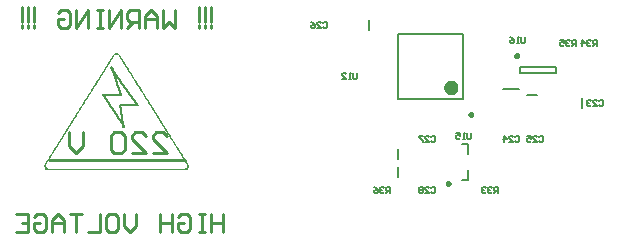
<source format=gbo>
%FSDAX24Y24*%
%MOIN*%
%SFA1B1*%

%IPPOS*%
%ADD10C,0.009840*%
%ADD11C,0.010000*%
%ADD12C,0.007870*%
%ADD16C,0.005000*%
%ADD65C,0.023620*%
%LNpcb_baseboard-1*%
%LPD*%
G54D16*
X008006Y019011D02*
X008051D01*
Y018997*
X008066*
Y018982*
X008081*
Y018967*
X008096*
Y018952*
X008110*
Y018922*
X008125*
Y018907*
X008140*
Y018877*
X008155*
Y018848*
X008170*
Y018833*
X008185*
Y018803*
X008200*
Y018788*
X008215*
Y018758*
X008230*
Y018744*
X008244*
Y018714*
X008259*
Y018684*
X008274*
Y018669*
X008289*
Y018639*
X008304*
Y018624*
X008319*
Y018595*
X008334*
Y018565*
X008349*
Y018550*
X008364*
Y018520*
X008378*
Y018505*
X008393*
Y018476*
X008408*
Y018446*
X008423*
Y018431*
X008438*
Y018401*
X008453*
Y018386*
X008468*
Y018357*
X008483*
Y018327*
X008498*
Y018312*
X008512*
Y018282*
X008527*
Y018267*
X008542*
Y018237*
X008557*
Y018208*
X008572*
Y018193*
X008587*
Y018163*
X008602*
Y018148*
X008617*
Y018118*
X008631*
Y018089*
X008646*
Y018074*
X008661*
Y018044*
X008676*
Y018029*
X008691*
Y017999*
X008706*
Y017970*
X008721*
Y017955*
X008736*
Y017925*
X008751*
Y017910*
X008765*
Y017880*
X008780*
Y017850*
X008795*
Y017836*
X008810*
Y017806*
X008825*
Y017791*
X008840*
Y017761*
X008855*
Y017731*
X008870*
Y017716*
X008885*
Y017687*
X008899*
Y017672*
X008914*
Y017642*
X008929*
Y017627*
X008944*
Y017597*
X008959*
Y017568*
X008974*
Y017553*
X008989*
Y017523*
X009004*
Y017508*
X009018*
Y017478*
X009033*
Y017449*
X009048*
Y017434*
X009063*
Y017404*
X009078*
Y017389*
X009093*
Y017359*
X009108*
Y017329*
X009123*
Y017315*
X009138*
Y017285*
X009152*
Y017270*
X009167*
Y017240*
X009182*
Y017210*
X009197*
Y017196*
X009212*
Y017166*
X009227*
Y017151*
X009242*
Y017121*
X009257*
Y017091*
X009272*
Y017076*
X009286*
Y017047*
X009301*
Y017032*
X009316*
Y017002*
X009331*
Y016972*
X009346*
Y016957*
X009361*
Y016928*
X009376*
Y016913*
X009391*
Y016883*
X009405*
Y016853*
X009420*
Y016838*
X009435*
Y016809*
X009450*
Y016794*
X009465*
Y016764*
X009480*
Y016734*
X009495*
Y016719*
X009510*
Y016689*
X009525*
Y016675*
X009539*
Y016645*
X009554*
Y016615*
X009569*
Y016600*
X009584*
Y016570*
X009599*
Y016555*
X009614*
Y016526*
X009629*
Y016496*
X009644*
Y016481*
X009659*
Y016451*
X009673*
Y016436*
X009688*
Y016407*
X009703*
Y016377*
X009718*
Y016362*
X009733*
Y016332*
X009748*
Y016317*
X009763*
Y016288*
X009778*
Y016258*
X009792*
Y016243*
X009807*
Y016213*
X009822*
Y016198*
X009837*
Y016168*
X009852*
Y016139*
X009867*
Y016124*
X009882*
Y016094*
X009897*
Y016079*
X009912*
Y016049*
X009926*
Y016035*
X009941*
Y016005*
X009956*
Y015975*
X009971*
Y015960*
X009986*
Y015930*
X010001*
Y015915*
X010016*
Y015886*
X010031*
Y015856*
X010046*
Y015841*
X010060*
Y015811*
X010075*
Y015796*
X010090*
Y015767*
X010105*
Y015737*
X010120*
Y015722*
X010135*
Y015692*
X010150*
Y015677*
X010165*
Y015648*
X010179*
Y015618*
X010194*
Y015603*
X010209*
Y015573*
X010224*
Y015558*
X010239*
Y015528*
X010254*
Y015499*
X010269*
Y015484*
X010284*
Y015454*
X010299*
Y015439*
X010313*
Y015409*
X010328*
Y015380*
X010343*
Y015365*
X010358*
Y015335*
X010373*
Y015266*
X010358*
Y015236*
X010343*
Y015221*
X010328*
Y015206*
X010313*
Y015191*
X010284*
Y015177*
X005705*
Y015191*
X005675*
Y015206*
X005660*
Y015221*
X005645*
Y015251*
X005630*
Y015281*
X005615*
Y015320*
X005630*
Y015350*
X005645*
Y015380*
X005660*
Y015409*
X005675*
Y015424*
X005690*
Y015454*
X005705*
Y015484*
X005719*
Y015499*
X005734*
Y015528*
X005749*
Y015543*
X005764*
Y015573*
X005779*
Y015588*
X005794*
Y015618*
X005809*
Y015648*
X005824*
Y015662*
X005838*
Y015692*
X005853*
Y015707*
X005868*
Y015737*
X005883*
Y015767*
X005898*
Y015781*
X005913*
Y015811*
X005928*
Y015826*
X005943*
Y015856*
X005958*
Y015886*
X005972*
Y015901*
X005987*
Y015930*
X006002*
Y015945*
X006017*
Y015975*
X006032*
Y016005*
X006047*
Y016020*
X006062*
Y016049*
X006077*
Y016064*
X006092*
Y016094*
X006106*
Y016124*
X006121*
Y016139*
X006136*
Y016168*
X006151*
Y016183*
X006166*
Y016213*
X006181*
Y016243*
X006196*
Y016258*
X006211*
Y016288*
X006225*
Y016302*
X006240*
Y016332*
X006255*
Y016362*
X006270*
Y016377*
X006285*
Y016407*
X006300*
Y016422*
X006315*
Y016451*
X006330*
Y016481*
X006345*
Y016496*
X006359*
Y016526*
X006374*
Y016541*
X006389*
Y016570*
X006404*
Y016585*
X006419*
Y016615*
X006434*
Y016645*
X006449*
Y016660*
X006464*
Y016689*
X006479*
Y016704*
X006493*
Y016734*
X006508*
Y016764*
X006523*
Y016779*
X006538*
Y016809*
X006553*
Y016838*
X006568*
Y016853*
X006583*
Y016883*
X006598*
Y016898*
X006612*
Y016928*
X006627*
Y016942*
X006642*
Y016972*
X006657*
Y017002*
X006672*
Y017017*
X006687*
Y017047*
X006702*
Y017062*
X006717*
Y017091*
X006732*
Y017121*
X006746*
Y017136*
X006761*
Y017166*
X006776*
Y017181*
X006791*
Y017210*
X006806*
Y017240*
X006821*
Y017255*
X006836*
Y017285*
X006851*
Y017300*
X006866*
Y017329*
X006880*
Y017359*
X006895*
Y017374*
X006910*
Y017404*
X006925*
Y017419*
X006940*
Y017449*
X006955*
Y017478*
X006970*
Y017493*
X006985*
Y017523*
X006999*
Y017538*
X007014*
Y017568*
X007029*
Y017597*
X007044*
Y017612*
X007059*
Y017642*
X007074*
Y017657*
X007089*
Y017687*
X007104*
Y017702*
X007119*
Y017731*
X007133*
Y017761*
X007148*
Y017776*
X007163*
Y017806*
X007178*
Y017836*
X007193*
Y017850*
X007208*
Y017880*
X007223*
Y017895*
X007238*
Y017925*
X007253*
Y017955*
X007267*
Y017970*
X007282*
Y017999*
X007297*
Y018014*
X007312*
Y018044*
X007327*
Y018059*
X007342*
Y018089*
X007357*
Y018118*
X007372*
Y018133*
X007387*
Y018163*
X007401*
Y018193*
X007416*
Y018208*
X007431*
Y018237*
X007446*
Y018252*
X007461*
Y018282*
X007476*
Y018297*
X007491*
Y018327*
X007506*
Y018357*
X007520*
Y018371*
X007535*
Y018401*
X007550*
Y018416*
X007565*
Y018446*
X007580*
Y018476*
X007595*
Y018490*
X007610*
Y018520*
X007625*
Y018535*
X007640*
Y018565*
X007654*
Y018595*
X007669*
Y018610*
X007684*
Y018639*
X007699*
Y018654*
X007714*
Y018684*
X007729*
Y018714*
X007744*
Y018729*
X007759*
Y018758*
X007774*
Y018773*
X007788*
Y018803*
X007803*
Y018833*
X007818*
Y018848*
X007833*
Y018877*
X007848*
Y018892*
X007863*
Y018922*
X007878*
Y018952*
X007893*
Y018967*
X007907*
Y018982*
X007922*
Y018997*
X007937*
Y019011*
X007982*
Y019026*
X008006*
Y019011*
G54D11*
X007956Y018961D02*
X008001D01*
Y018947*
X008016*
Y018932*
X008031*
Y018917*
X008046*
Y018902*
X008060*
Y018872*
X008075*
Y018857*
X008090*
Y018827*
X008105*
Y018798*
X008120*
Y018783*
X008135*
Y018753*
X008150*
Y018738*
X008165*
Y018708*
X008180*
Y018694*
X008194*
Y018664*
X008209*
Y018634*
X008224*
Y018619*
X008239*
Y018589*
X008254*
Y018574*
X008269*
Y018545*
X008284*
Y018515*
X008299*
Y018500*
X008314*
Y018470*
X008328*
Y018455*
X008343*
Y018426*
X008358*
Y018396*
X008373*
Y018381*
X008388*
Y018351*
X008403*
Y018336*
X008418*
Y018307*
X008433*
Y018277*
X008448*
Y018262*
X008462*
Y018232*
X008477*
Y018217*
X008492*
Y018187*
X008507*
Y018158*
X008522*
Y018143*
X008537*
Y018113*
X008552*
Y018098*
X008567*
Y018068*
X008581*
Y018039*
X008596*
Y018024*
X008611*
Y017994*
X008626*
Y017979*
X008641*
Y017949*
X008656*
Y017920*
X008671*
Y017905*
X008686*
Y017875*
X008701*
Y017860*
X008715*
Y017830*
X008730*
Y017800*
X008745*
Y017786*
X008760*
Y017756*
X008775*
Y017741*
X008790*
Y017711*
X008805*
Y017681*
X008820*
Y017666*
X008835*
Y017637*
X008849*
Y017622*
X008864*
Y017592*
X008879*
Y017577*
X008894*
Y017547*
X008909*
Y017518*
X008924*
Y017503*
X008939*
Y017473*
X008954*
Y017458*
X008968*
Y017428*
X008983*
Y017399*
X008998*
Y017384*
X009013*
Y017354*
X009028*
Y017339*
X009043*
Y017309*
X009058*
Y017279*
X009073*
Y017265*
X009088*
Y017235*
X009102*
Y017220*
X009117*
Y017190*
X009132*
Y017160*
X009147*
Y017146*
X009162*
Y017116*
X009177*
Y017101*
X009192*
Y017071*
X009207*
Y017041*
X009222*
Y017026*
X009236*
Y016997*
X009251*
Y016982*
X009266*
Y016952*
X009281*
Y016922*
X009296*
Y016907*
X009311*
Y016878*
X009326*
Y016863*
X009341*
Y016833*
X009355*
Y016803*
X009370*
Y016788*
X009385*
Y016759*
X009400*
Y016744*
X009415*
Y016714*
X009430*
Y016684*
X009445*
Y016669*
X009460*
Y016639*
X009475*
Y016625*
X009489*
Y016595*
X009504*
Y016565*
X009519*
Y016550*
X009534*
Y016520*
X009549*
Y016505*
X009564*
Y016476*
X009579*
Y016446*
X009594*
Y016431*
X009609*
Y016401*
X009623*
Y016386*
X009638*
Y016357*
X009653*
Y016327*
X009668*
Y016312*
X009683*
Y016282*
X009698*
Y016267*
X009713*
Y016238*
X009728*
Y016208*
X009742*
Y016193*
X009757*
Y016163*
X009772*
Y016148*
X009787*
Y016118*
X009802*
Y016089*
X009817*
Y016074*
X009832*
Y016044*
X009847*
Y016029*
X009862*
Y015999*
X009876*
Y015985*
X009891*
Y015955*
X009906*
Y015925*
X009921*
Y015910*
X009936*
Y015880*
X009951*
Y015865*
X009966*
Y015836*
X009981*
Y015806*
X009996*
Y015791*
X010010*
Y015761*
X010025*
Y015746*
X010040*
Y015717*
X010055*
Y015687*
X010070*
Y015672*
X010085*
Y015642*
X010100*
Y015627*
X010115*
Y015598*
X010129*
Y015568*
X010144*
Y015553*
X010159*
Y015523*
X010174*
Y015508*
X010189*
Y015478*
X010204*
Y015449*
X010219*
Y015434*
X010234*
Y015404*
X010249*
Y015389*
X010263*
Y015359*
X010278*
Y015330*
X010293*
Y015315*
X010308*
Y015285*
X010323*
Y015316*
X010308*
Y015286*
X010293*
Y015271*
X010278*
Y015256*
X010263*
Y015241*
X010234*
Y015227*
X005755*
Y015241*
X005725*
Y015256*
X005710*
Y015271*
X005695*
Y015301*
X005680*
Y015331*
X005665*
Y015270*
X005680*
Y015300*
X005695*
Y015330*
X005710*
Y015359*
X005725*
Y015374*
X005740*
Y015404*
X005755*
Y015434*
X005769*
Y015449*
X005784*
Y015478*
X005799*
Y015493*
X005814*
Y015523*
X005829*
Y015538*
X005844*
Y015568*
X005859*
Y015598*
X005874*
Y015612*
X005888*
Y015642*
X005903*
Y015657*
X005918*
Y015687*
X005933*
Y015717*
X005948*
Y015731*
X005963*
Y015761*
X005978*
Y015776*
X005993*
Y015806*
X006008*
Y015836*
X006022*
Y015851*
X006037*
Y015880*
X006052*
Y015895*
X006067*
Y015925*
X006082*
Y015955*
X006097*
Y015970*
X006112*
Y015999*
X006127*
Y016014*
X006142*
Y016044*
X006156*
Y016074*
X006171*
Y016089*
X006186*
Y016118*
X006201*
Y016133*
X006216*
Y016163*
X006231*
Y016193*
X006246*
Y016208*
X006261*
Y016238*
X006275*
Y016252*
X006290*
Y016282*
X006305*
Y016312*
X006320*
Y016327*
X006335*
Y016357*
X006350*
Y016372*
X006365*
Y016401*
X006380*
Y016431*
X006395*
Y016446*
X006409*
Y016476*
X006424*
Y016491*
X006439*
Y016520*
X006454*
Y016535*
X006469*
Y016565*
X006484*
Y016595*
X006499*
Y016610*
X006514*
Y016639*
X006529*
Y016654*
X006543*
Y016684*
X006558*
Y016714*
X006573*
Y016729*
X006588*
Y016759*
X006603*
Y016788*
X006618*
Y016803*
X006633*
Y016833*
X006648*
Y016848*
X006662*
Y016878*
X006677*
Y016892*
X006692*
Y016922*
X006707*
Y016952*
X006722*
Y016967*
X006737*
Y016997*
X006752*
Y017012*
X006767*
Y017041*
X006782*
Y017071*
X006796*
Y017086*
X006811*
Y017116*
X006826*
Y017131*
X006841*
Y017160*
X006856*
Y017190*
X006871*
Y017205*
X006886*
Y017235*
X006901*
Y017250*
X006916*
Y017279*
X006930*
Y017309*
X006945*
Y017324*
X006960*
Y017354*
X006975*
Y017369*
X006990*
Y017399*
X007005*
Y017428*
X007020*
Y017443*
X007035*
Y017473*
X007049*
Y017488*
X007064*
Y017518*
X007079*
Y017547*
X007094*
Y017562*
X007109*
Y017592*
X007124*
Y017607*
X007139*
Y017637*
X007154*
Y017652*
X007169*
Y017681*
X007183*
Y017711*
X007198*
Y017726*
X007213*
Y017756*
X007228*
Y017786*
X007243*
Y017800*
X007258*
Y017830*
X007273*
Y017845*
X007288*
Y017875*
X007303*
Y017905*
X007317*
Y017920*
X007332*
Y017949*
X007347*
Y017964*
X007362*
Y017994*
X007377*
Y018009*
X007392*
Y018039*
X007407*
Y018068*
X007422*
Y018083*
X007437*
Y018113*
X007451*
Y018143*
X007466*
Y018158*
X007481*
Y018187*
X007496*
Y018202*
X007511*
Y018232*
X007526*
Y018247*
X007541*
Y018277*
X007556*
Y018307*
X007570*
Y018321*
X007585*
Y018351*
X007600*
Y018366*
X007615*
Y018396*
X007630*
Y018426*
X007645*
Y018440*
X007660*
Y018470*
X007675*
Y018485*
X007690*
Y018515*
X007704*
Y018545*
X007719*
Y018560*
X007734*
Y018589*
X007749*
Y018604*
X007764*
Y018634*
X007779*
Y018664*
X007794*
Y018679*
X007809*
Y018708*
X007824*
Y018723*
X007838*
Y018753*
X007853*
Y018783*
X007868*
Y018798*
X007883*
Y018827*
X007898*
Y018842*
X007913*
Y018872*
X007928*
Y018902*
X007943*
Y018917*
X007957*
Y018932*
X007972*
Y018947*
X007987*
Y018961*
X008032*
Y018976*
X007956*
Y018961*
X005680Y015280D02*
X005670D01*
X005720D02*
X010270D01*
X005760Y015380D02*
X010250D01*
X005820Y015480D02*
X010170D01*
X005880Y015580D02*
X010110D01*
X005940Y015680D02*
X010050D01*
X006000Y015780D02*
X009990D01*
X006060Y015880D02*
X009930D01*
X006120Y015980D02*
X009870D01*
X006180Y016080D02*
X009810D01*
X006240Y016180D02*
X009750D01*
X006320Y016280D02*
X009670D01*
X006380Y016380D02*
X009630D01*
X006440Y016480D02*
X009550D01*
X006500Y016580D02*
X009490D01*
X006580Y016680D02*
X009410D01*
X006620Y016780D02*
X009370D01*
X006700Y016880D02*
X009290D01*
X006760Y016980D02*
X009230D01*
X006820Y017080D02*
X009170D01*
X006880Y017180D02*
X009110D01*
X006940Y017280D02*
X009050D01*
X007000Y017380D02*
X008990D01*
X007060Y017480D02*
X008930D01*
X007120Y017580D02*
X008870D01*
X007200Y017680D02*
X008790D01*
X007240Y017780D02*
X008750D01*
X007320Y017880D02*
X008670D01*
X007380Y017980D02*
X008610D01*
X007460Y018080D02*
X008550D01*
X007500Y018180D02*
X008490D01*
X007580Y018280D02*
X008410D01*
X007640Y018380D02*
X008350D01*
X007700Y018480D02*
X008290D01*
X007740Y018580D02*
X008230D01*
X007820Y018680D02*
X008170D01*
X007880Y018780D02*
X008110D01*
X007940Y018880D02*
X008050D01*
G54D16*
X007610Y017580D02*
Y017650D01*
X007660Y017520D02*
Y017650D01*
X007710Y017430D02*
Y017650D01*
X007760Y017360D02*
Y017650D01*
X007810Y017300D02*
Y017650D01*
Y018560D02*
Y018600D01*
X007860Y017210D02*
Y017650D01*
Y018500D02*
D01*
X007910Y017140D02*
Y017650D01*
Y018390D02*
Y018420D01*
X007960Y017080D02*
Y017650D01*
Y018250D02*
Y018330D01*
X008010Y016990D02*
Y017650D01*
Y018060D02*
Y018270D01*
X008060Y016910D02*
Y017650D01*
Y017930D02*
Y018210D01*
X008110Y016850D02*
Y017650D01*
Y017790D02*
Y018120D01*
X008160Y016760D02*
Y017020D01*
Y017330D02*
Y018060D01*
X008210Y016680D02*
Y016670D01*
Y017350D02*
Y018000D01*
X008260Y017350D02*
Y017920D01*
X008310Y017350D02*
Y017860D01*
X008360Y017350D02*
Y017780D01*
X008410Y017350D02*
Y017710D01*
X008460Y017350D02*
Y017650D01*
X008510Y017350D02*
Y017570D01*
X008560Y017350D02*
Y017510D01*
X008610Y017350D02*
Y017440D01*
X008660Y017350D02*
Y017360D01*
X008710Y017320D02*
Y017330D01*
%LNpcb_baseboard-2*%
%LPC*%
G36*
X008046Y018992D02*
X007957D01*
Y018977*
X007927*
Y018962*
X007912*
Y018932*
X007897*
Y018917*
X007882*
Y018888*
X007868*
Y018873*
X007853*
Y018843*
X007838*
Y018813*
X007823*
Y018798*
X007808*
Y018769*
X007793*
Y018754*
X007778*
Y018724*
X007763*
Y018694*
X007749*
Y018679*
X007734*
Y018649*
X007719*
Y018635*
X007704*
Y018605*
X007689*
Y018575*
X007674*
Y018560*
X007659*
Y018530*
X007644*
Y018515*
X007629*
Y018486*
X007615*
Y018456*
X007600*
Y018441*
X007585*
Y018411*
X007570*
Y018396*
X007555*
Y018367*
X007540*
Y018337*
X007525*
Y018322*
X007510*
Y018292*
X007495*
Y018277*
X007481*
Y018248*
X007466*
Y018218*
X007451*
Y018203*
X007436*
Y018173*
X007421*
Y018158*
X007406*
Y018128*
X007391*
Y018099*
X007376*
Y018084*
X007362*
Y018054*
X007347*
Y018039*
X007332*
Y018009*
X007317*
Y017980*
X007302*
Y017965*
X007287*
Y017935*
X007272*
Y017920*
X007257*
Y017890*
X007242*
Y017875*
X007228*
Y017846*
X007213*
Y017816*
X007198*
Y017801*
X007183*
Y017771*
X007168*
Y017756*
X007153*
Y017727*
X007138*
Y017697*
X007123*
Y017682*
X007108*
Y017652*
X007094*
Y017637*
X007079*
Y017608*
X007064*
Y017578*
X007049*
Y017563*
X007034*
Y017533*
X007019*
Y017518*
X007004*
Y017488*
X006989*
Y017459*
X006974*
Y017444*
X006960*
Y017414*
X006945*
Y017399*
X006930*
Y017369*
X006915*
Y017340*
X006900*
Y017325*
X006885*
Y017295*
X006870*
Y017280*
X006855*
Y017250*
X006841*
Y017221*
X006826*
Y017206*
X006811*
Y017176*
X006796*
Y017161*
X006781*
Y017131*
X006766*
Y017116*
X006751*
Y017087*
X006736*
Y017057*
X006721*
Y017042*
X006707*
Y017012*
X006692*
Y016982*
X006677*
Y016967*
X006662*
Y016938*
X006647*
Y016923*
X006632*
Y016893*
X006617*
Y016863*
X006602*
Y016848*
X006587*
Y016819*
X006573*
Y016804*
X006558*
Y016774*
X006543*
Y016744*
X006528*
Y016729*
X006513*
Y016700*
X006498*
Y016685*
X006483*
Y016655*
X006468*
Y016640*
X006454*
Y016610*
X006439*
Y016580*
X006424*
Y016566*
X006409*
Y016536*
X006394*
Y016506*
X006379*
Y016491*
X006364*
Y016461*
X006349*
Y016447*
X006334*
Y016417*
X006320*
Y016387*
X006305*
Y016372*
X006290*
Y016342*
X006275*
Y016327*
X006260*
Y016298*
X006245*
Y016283*
X006230*
Y016253*
X006215*
Y016223*
X006200*
Y016208*
X006186*
Y016179*
X006171*
Y016164*
X006156*
Y016134*
X006141*
Y016104*
X006126*
Y016089*
X006111*
Y016060*
X006096*
Y016045*
X006081*
Y016015*
X006067*
Y015985*
X006052*
Y015970*
X006037*
Y015940*
X006022*
Y015926*
X006007*
Y015896*
X005992*
Y015866*
X005977*
Y015851*
X005962*
Y015821*
X005947*
Y015806*
X005933*
Y015777*
X005918*
Y015747*
X005903*
Y015732*
X005888*
Y015702*
X005873*
Y015687*
X005858*
Y015658*
X005843*
Y015628*
X005828*
Y015613*
X005813*
Y015583*
X005799*
Y015568*
X005784*
Y015539*
X005769*
Y015509*
X005754*
Y015494*
X005739*
Y015464*
X005724*
Y015449*
X005709*
Y015419*
X005694*
Y015390*
X005680*
Y015375*
X005665*
Y015345*
X005650*
Y015256*
X005665*
Y015226*
X005680*
Y015211*
X005724*
Y015196*
X010279*
Y015211*
X010309*
Y015226*
X010324*
Y015241*
X010338*
Y015285*
X010353*
Y015300*
X010338*
Y015360*
X010324*
Y015375*
X010309*
Y015405*
X010294*
Y015419*
X010279*
Y015449*
X010264*
Y015479*
X010249*
Y015494*
X010234*
Y015524*
X010219*
Y015539*
X010204*
Y015568*
X010190*
Y015598*
X010175*
Y015613*
X010160*
Y015643*
X010145*
Y015658*
X010130*
Y015687*
X010115*
Y015702*
X010100*
Y015732*
X010085*
Y015762*
X010071*
Y015777*
X010056*
Y015806*
X010041*
Y015836*
X010026*
Y015851*
X010011*
Y015881*
X009996*
Y015896*
X009981*
Y015926*
X009966*
Y015955*
X009951*
Y015970*
X009937*
Y016000*
X009922*
Y016015*
X009907*
Y016045*
X009892*
Y016074*
X009877*
Y016089*
X009862*
Y016119*
X009847*
Y016134*
X009832*
Y016164*
X009817*
Y016179*
X009803*
Y016208*
X009788*
Y016238*
X009773*
Y016253*
X009758*
Y016283*
X009743*
Y016298*
X009728*
Y016327*
X009713*
Y016357*
X009698*
Y016372*
X009684*
Y016402*
X009669*
Y016417*
X009654*
Y016447*
X009639*
Y016476*
X009624*
Y016491*
X009609*
Y016521*
X009594*
Y016536*
X009579*
Y016566*
X009564*
Y016595*
X009550*
Y016610*
X009535*
Y016640*
X009520*
Y016655*
X009505*
Y016685*
X009490*
Y016714*
X009475*
Y016729*
X009460*
Y016759*
X009445*
Y016774*
X009430*
Y016804*
X009416*
Y016834*
X009401*
Y016848*
X009386*
Y016878*
X009371*
Y016893*
X009356*
Y016923*
X009341*
Y016953*
X009326*
Y016967*
X009311*
Y016997*
X009297*
Y017012*
X009282*
Y017042*
X009267*
Y017057*
X009252*
Y017087*
X009237*
Y017116*
X009222*
Y017131*
X009207*
Y017161*
X009192*
Y017176*
X009177*
Y017206*
X009163*
Y017235*
X009148*
Y017250*
X009133*
Y017280*
X009118*
Y017310*
X009103*
Y017325*
X009088*
Y017354*
X009073*
Y017369*
X009058*
Y017399*
X009043*
Y017414*
X009029*
Y017444*
X009014*
Y017474*
X008999*
Y017488*
X008984*
Y017518*
X008969*
Y017533*
X008954*
Y017563*
X008939*
Y017593*
X008924*
Y017608*
X008910*
Y017637*
X008895*
Y017652*
X008880*
Y017682*
X008865*
Y017712*
X008850*
Y017727*
X008835*
Y017756*
X008820*
Y017771*
X008805*
Y017801*
X008790*
Y017831*
X008776*
Y017846*
X008761*
Y017875*
X008746*
Y017890*
X008731*
Y017920*
X008716*
Y017950*
X008701*
Y017965*
X008686*
Y017995*
X008671*
Y018009*
X008656*
Y018039*
X008642*
Y018069*
X008627*
Y018084*
X008612*
Y018114*
X008597*
Y018128*
X008582*
Y018158*
X008567*
Y018188*
X008552*
Y018203*
X008537*
Y018233*
X008523*
Y018248*
X008508*
Y018277*
X008493*
Y018307*
X008478*
Y018322*
X008463*
Y018352*
X008448*
Y018367*
X008433*
Y018396*
X008418*
Y018426*
X008403*
Y018441*
X008389*
Y018471*
X008374*
Y018486*
X008359*
Y018515*
X008344*
Y018545*
X008329*
Y018560*
X008314*
Y018590*
X008299*
Y018605*
X008284*
Y018635*
X008269*
Y018649*
X008255*
Y018679*
X008240*
Y018709*
X008225*
Y018724*
X008210*
Y018754*
X008195*
Y018769*
X008180*
Y018798*
X008165*
Y018828*
X008150*
Y018843*
X008135*
Y018873*
X008121*
Y018902*
X008106*
Y018917*
X008091*
Y018947*
X008076*
Y018962*
X008061*
Y018977*
X008046*
Y018992*
G37*
%LNpcb_baseboard-3*%
%LPD*%
G54D10*
X019857Y017005D02*
D01*
X019857Y017008*
X019857Y017012*
X019856Y017015*
X019855Y017019*
X019854Y017022*
X019853Y017025*
X019851Y017028*
X019850Y017031*
X019848Y017034*
X019845Y017037*
X019843Y017039*
X019841Y017042*
X019838Y017044*
X019835Y017046*
X019832Y017048*
X019829Y017049*
X019826Y017051*
X019823Y017052*
X019820Y017053*
X019816Y017053*
X019813Y017054*
X019810Y017054*
X019806*
X019803Y017054*
X019799Y017053*
X019796Y017053*
X019793Y017052*
X019789Y017051*
X019786Y017049*
X019783Y017048*
X019780Y017046*
X019778Y017044*
X019775Y017042*
X019772Y017039*
X019770Y017037*
X019768Y017034*
X019766Y017031*
X019764Y017028*
X019763Y017025*
X019762Y017022*
X019761Y017019*
X019760Y017015*
X019759Y017012*
X019759Y017008*
X019759Y017005*
X019759Y017002*
X019759Y016998*
X019760Y016995*
X019761Y016991*
X019762Y016988*
X019763Y016985*
X019764Y016982*
X019766Y016979*
X019768Y016976*
X019770Y016973*
X019772Y016971*
X019775Y016968*
X019778Y016966*
X019780Y016964*
X019783Y016962*
X019786Y016961*
X019789Y016959*
X019793Y016958*
X019796Y016957*
X019799Y016957*
X019803Y016956*
X019806Y016956*
X019810*
X019813Y016956*
X019816Y016957*
X019820Y016957*
X019823Y016958*
X019826Y016959*
X019829Y016961*
X019832Y016962*
X019835Y016964*
X019838Y016966*
X019841Y016968*
X019843Y016971*
X019845Y016973*
X019848Y016976*
X019850Y016979*
X019851Y016982*
X019853Y016985*
X019854Y016988*
X019855Y016991*
X019856Y016995*
X019857Y016998*
X019857Y017002*
X019857Y017005*
X019099Y014717D02*
D01*
X019099Y014720*
X019098Y014724*
X019098Y014727*
X019097Y014730*
X019096Y014734*
X019094Y014737*
X019093Y014740*
X019091Y014743*
X019089Y014746*
X019087Y014748*
X019085Y014751*
X019082Y014753*
X019080Y014756*
X019077Y014758*
X019074Y014759*
X019071Y014761*
X019068Y014762*
X019065Y014764*
X019061Y014765*
X019058Y014765*
X019055Y014766*
X019051Y014766*
X019048*
X019044Y014766*
X019041Y014765*
X019038Y014765*
X019034Y014764*
X019031Y014762*
X019028Y014761*
X019025Y014759*
X019022Y014758*
X019019Y014756*
X019017Y014753*
X019014Y014751*
X019012Y014748*
X019010Y014746*
X019008Y014743*
X019006Y014740*
X019005Y014737*
X019003Y014734*
X019002Y014730*
X019001Y014727*
X019001Y014724*
X019000Y014720*
X019000Y014717*
X019000Y014713*
X019001Y014710*
X019001Y014707*
X019002Y014703*
X019003Y014700*
X019005Y014697*
X019006Y014694*
X019008Y014691*
X019010Y014688*
X019012Y014685*
X019014Y014683*
X019017Y014680*
X019019Y014678*
X019022Y014676*
X019025Y014674*
X019028Y014673*
X019031Y014671*
X019034Y014670*
X019038Y014669*
X019041Y014668*
X019044Y014668*
X019048Y014668*
X019051*
X019055Y014668*
X019058Y014668*
X019061Y014669*
X019065Y014670*
X019068Y014671*
X019071Y014673*
X019074Y014674*
X019077Y014676*
X019080Y014678*
X019082Y014680*
X019085Y014683*
X019087Y014685*
X019089Y014688*
X019091Y014691*
X019093Y014694*
X019094Y014697*
X019096Y014700*
X019097Y014703*
X019098Y014707*
X019098Y014710*
X019099Y014713*
X019099Y014717*
X021380Y018972D02*
D01*
X021380Y018975*
X021380Y018979*
X021379Y018982*
X021378Y018985*
X021377Y018989*
X021376Y018992*
X021374Y018995*
X021373Y018998*
X021371Y019001*
X021369Y019004*
X021366Y019006*
X021364Y019008*
X021361Y019011*
X021359Y019013*
X021356Y019015*
X021353Y019016*
X021349Y019018*
X021346Y019019*
X021343Y019020*
X021340Y019020*
X021336Y019021*
X021333Y019021*
X021329*
X021326Y019021*
X021322Y019020*
X021319Y019020*
X021316Y019019*
X021313Y019018*
X021309Y019016*
X021306Y019015*
X021303Y019013*
X021301Y019011*
X021298Y019008*
X021296Y019006*
X021293Y019004*
X021291Y019001*
X021289Y018998*
X021288Y018995*
X021286Y018992*
X021285Y018989*
X021284Y018985*
X021283Y018982*
X021282Y018979*
X021282Y018975*
X021282Y018972*
X021282Y018968*
X021282Y018965*
X021283Y018962*
X021284Y018958*
X021285Y018955*
X021286Y018952*
X021288Y018949*
X021289Y018946*
X021291Y018943*
X021293Y018940*
X021296Y018938*
X021298Y018935*
X021301Y018933*
X021303Y018931*
X021306Y018929*
X021309Y018928*
X021313Y018926*
X021316Y018925*
X021319Y018924*
X021322Y018923*
X021326Y018923*
X021329Y018923*
X021333*
X021336Y018923*
X021340Y018923*
X021343Y018924*
X021346Y018925*
X021349Y018926*
X021353Y018928*
X021356Y018929*
X021359Y018931*
X021361Y018933*
X021364Y018935*
X021366Y018938*
X021369Y018940*
X021371Y018943*
X021373Y018946*
X021374Y018949*
X021376Y018952*
X021377Y018955*
X021378Y018958*
X021379Y018962*
X021380Y018965*
X021380Y018968*
X021380Y018972*
G54D11*
X005737Y015488D02*
X010276D01*
X011150Y020099D02*
Y020599D01*
Y020000D02*
Y019900D01*
X010950Y020099D02*
Y020599D01*
Y020000D02*
Y019900D01*
X010750Y020099D02*
Y020599D01*
Y020000D02*
Y019900D01*
X009950Y020499D02*
Y019900D01*
X009750Y020099*
X009550Y019900*
Y020499*
X009350Y019900D02*
Y020299D01*
X009150Y020499*
X008950Y020299*
Y019900*
Y020199*
X009350*
X008750Y019900D02*
Y020499D01*
X008450*
X008350Y020399*
Y020199*
X008450Y020099*
X008750*
X008550D02*
X008350Y019900D01*
X008151D02*
Y020499D01*
X007751Y019900*
Y020499*
X007551D02*
X007351D01*
X007451*
Y019900*
X007551*
X007351*
X007051D02*
Y020499D01*
X006651Y019900*
Y020499*
X006051Y020399D02*
X006151Y020499D01*
X006351*
X006451Y020399*
Y020000*
X006351Y019900*
X006151*
X006051Y020000*
Y020199*
X006251*
X005251Y020099D02*
Y020599D01*
Y020000D02*
Y019900D01*
X005052Y020099D02*
Y020599D01*
Y020000D02*
Y019900D01*
X004852Y020099D02*
Y020599D01*
Y020000D02*
Y019900D01*
X011550Y013699D02*
Y013100D01*
Y013399*
X011150*
Y013699*
Y013100*
X010950Y013699D02*
X010750D01*
X010850*
Y013100*
X010950*
X010750*
X010050Y013599D02*
X010150Y013699D01*
X010350*
X010450Y013599*
Y013200*
X010350Y013100*
X010150*
X010050Y013200*
Y013399*
X010250*
X009850Y013699D02*
Y013100D01*
Y013399*
X009450*
Y013699*
Y013100*
X008650Y013699D02*
Y013299D01*
X008451Y013100*
X008251Y013299*
Y013699*
X007751D02*
X007951D01*
X008051Y013599*
Y013200*
X007951Y013100*
X007751*
X007651Y013200*
Y013599*
X007751Y013699*
X007451D02*
Y013100D01*
X007051*
X006851Y013699D02*
X006451D01*
X006651*
Y013100*
X006251D02*
Y013499D01*
X006051Y013699*
X005851Y013499*
Y013100*
Y013399*
X006251*
X005252Y013599D02*
X005352Y013699D01*
X005551*
X005651Y013599*
Y013200*
X005551Y013100*
X005352*
X005252Y013200*
Y013399*
X005452*
X004652Y013699D02*
X005052D01*
Y013100*
X004652*
X005052Y013399D02*
X004852D01*
X009203Y015721D02*
X009670D01*
X009203Y016187*
Y016304*
X009320Y016421*
X009553*
X009670Y016304*
X008503Y015721D02*
X008970D01*
X008503Y016187*
Y016304*
X008620Y016421*
X008853*
X008970Y016304*
X008270D02*
X008153Y016421D01*
X007920*
X007803Y016304*
Y015837*
X007920Y015721*
X008153*
X008270Y015837*
Y016304*
X006870Y016421D02*
Y015954D01*
X006637Y015721*
X006404Y015954*
Y016421*
G54D12*
X017367Y017517D02*
Y019682D01*
X019532Y017517D02*
Y019682D01*
X017367D02*
X019532D01*
X017367Y017517D02*
X019532D01*
X016419Y019842D02*
Y020157D01*
X019502Y014835D02*
X019699D01*
Y015150*
X019502Y016016D02*
X019699D01*
Y015701D02*
Y016016D01*
X017380Y014942D02*
Y015257D01*
Y015542D02*
Y015857D01*
X023519Y017242D02*
Y017557D01*
X021692Y017669D02*
X022007D01*
X020894Y017848D02*
X021405D01*
X021439Y018401D02*
Y018598D01*
X022660Y018401D02*
Y018598D01*
X021439D02*
X022660D01*
X021439Y018401D02*
X022660D01*
G54D16*
X018483Y014566D02*
X018516Y014600D01*
X018583*
X018616Y014566*
Y014433*
X018583Y014400*
X018516*
X018483Y014433*
X018283Y014400D02*
X018416D01*
X018283Y014533*
Y014566*
X018316Y014600*
X018383*
X018416Y014566*
X018216D02*
X018183Y014600D01*
X018116*
X018083Y014566*
Y014533*
X018116Y014500*
X018083Y014466*
Y014433*
X018116Y014400*
X018183*
X018216Y014433*
Y014466*
X018183Y014500*
X018216Y014533*
Y014566*
X018183Y014500D02*
X018116D01*
X018483Y016266D02*
X018516Y016300D01*
X018583*
X018616Y016266*
Y016133*
X018583Y016100*
X018516*
X018483Y016133*
X018283Y016100D02*
X018416D01*
X018283Y016233*
Y016266*
X018316Y016300*
X018383*
X018416Y016266*
X018216Y016300D02*
X018083D01*
Y016266*
X018216Y016133*
Y016100*
X014883Y020066D02*
X014916Y020100D01*
X014983*
X015016Y020066*
Y019933*
X014983Y019900*
X014916*
X014883Y019933*
X014683Y019900D02*
X014816D01*
X014683Y020033*
Y020066*
X014716Y020100*
X014783*
X014816Y020066*
X014483Y020100D02*
X014550Y020066D01*
X014616Y020000*
Y019933*
X014583Y019900*
X014516*
X014483Y019933*
Y019966*
X014516Y020000*
X014616*
X022083Y016266D02*
X022116Y016300D01*
X022183*
X022216Y016266*
Y016133*
X022183Y016100*
X022116*
X022083Y016133*
X021883Y016100D02*
X022016D01*
X021883Y016233*
Y016266*
X021916Y016300*
X021983*
X022016Y016266*
X021683Y016300D02*
X021816D01*
Y016200*
X021750Y016233*
X021716*
X021683Y016200*
Y016133*
X021716Y016100*
X021783*
X021816Y016133*
X021283Y016266D02*
X021316Y016300D01*
X021383*
X021416Y016266*
Y016133*
X021383Y016100*
X021316*
X021283Y016133*
X021083Y016100D02*
X021216D01*
X021083Y016233*
Y016266*
X021116Y016300*
X021183*
X021216Y016266*
X020916Y016100D02*
Y016300D01*
X021016Y016200*
X020883*
X021599Y019600D02*
Y019433D01*
X021566Y019400*
X021500*
X021466Y019433*
Y019600*
X021400Y019400D02*
X021333D01*
X021366*
Y019600*
X021400Y019566*
X021100Y019600D02*
X021166Y019566D01*
X021233Y019500*
Y019433*
X021200Y019400*
X021133*
X021100Y019433*
Y019466*
X021133Y019500*
X021233*
X019799Y016400D02*
Y016233D01*
X019766Y016200*
X019700*
X019666Y016233*
Y016400*
X019600Y016200D02*
X019533D01*
X019566*
Y016400*
X019600Y016366*
X019300Y016400D02*
X019433D01*
Y016300*
X019366Y016333*
X019333*
X019300Y016300*
Y016233*
X019333Y016200*
X019400*
X019433Y016233*
X015999Y018400D02*
Y018233D01*
X015966Y018200*
X015900*
X015866Y018233*
Y018400*
X015800Y018200D02*
X015733D01*
X015766*
Y018400*
X015800Y018366*
X015500Y018200D02*
X015633D01*
X015500Y018333*
Y018366*
X015533Y018400*
X015600*
X015633Y018366*
X017116Y014400D02*
Y014600D01*
X017016*
X016983Y014566*
Y014500*
X017016Y014466*
X017116*
X017049D02*
X016983Y014400D01*
X016916Y014566D02*
X016883Y014600D01*
X016816*
X016783Y014566*
Y014533*
X016816Y014500*
X016850*
X016816*
X016783Y014466*
Y014433*
X016816Y014400*
X016883*
X016916Y014433*
X016583Y014600D02*
X016650Y014566D01*
X016716Y014500*
Y014433*
X016683Y014400*
X016616*
X016583Y014433*
Y014466*
X016616Y014500*
X016716*
X023316Y019300D02*
Y019500D01*
X023216*
X023183Y019466*
Y019400*
X023216Y019366*
X023316*
X023249D02*
X023183Y019300D01*
X023116Y019466D02*
X023083Y019500D01*
X023016*
X022983Y019466*
Y019433*
X023016Y019400*
X023050*
X023016*
X022983Y019366*
Y019333*
X023016Y019300*
X023083*
X023116Y019333*
X022783Y019500D02*
X022916D01*
Y019400*
X022850Y019433*
X022816*
X022783Y019400*
Y019333*
X022816Y019300*
X022883*
X022916Y019333*
X024016Y019300D02*
Y019500D01*
X023916*
X023883Y019466*
Y019400*
X023916Y019366*
X024016*
X023949D02*
X023883Y019300D01*
X023816Y019466D02*
X023783Y019500D01*
X023716*
X023683Y019466*
Y019433*
X023716Y019400*
X023750*
X023716*
X023683Y019366*
Y019333*
X023716Y019300*
X023783*
X023816Y019333*
X023516Y019300D02*
Y019500D01*
X023616Y019400*
X023483*
X020716Y014400D02*
Y014600D01*
X020616*
X020583Y014566*
Y014500*
X020616Y014466*
X020716*
X020649D02*
X020583Y014400D01*
X020516Y014566D02*
X020483Y014600D01*
X020416*
X020383Y014566*
Y014533*
X020416Y014500*
X020450*
X020416*
X020383Y014466*
Y014433*
X020416Y014400*
X020483*
X020516Y014433*
X020316Y014566D02*
X020283Y014600D01*
X020216*
X020183Y014566*
Y014533*
X020216Y014500*
X020250*
X020216*
X020183Y014466*
Y014433*
X020216Y014400*
X020283*
X020316Y014433*
X024083Y017466D02*
X024116Y017500D01*
X024183*
X024216Y017466*
Y017333*
X024183Y017300*
X024116*
X024083Y017333*
X023883Y017300D02*
X024016D01*
X023883Y017433*
Y017466*
X023916Y017500*
X023983*
X024016Y017466*
X023816D02*
X023783Y017500D01*
X023716*
X023683Y017466*
Y017433*
X023716Y017400*
X023750*
X023716*
X023683Y017366*
Y017333*
X023716Y017300*
X023783*
X023816Y017333*
G54D65*
X019257Y017911D02*
D01*
X019256Y017919*
X019255Y017927*
X019254Y017935*
X019252Y017943*
X019249Y017951*
X019246Y017959*
X019243Y017966*
X019239Y017973*
X019234Y017980*
X019229Y017986*
X019223Y017993*
X019218Y017998*
X019211Y018004*
X019205Y018008*
X019198Y018013*
X019190Y018017*
X019183Y018020*
X019175Y018023*
X019167Y018025*
X019159Y018027*
X019151Y018028*
X019143Y018029*
X019134*
X019126Y018028*
X019118Y018027*
X019110Y018025*
X019102Y018023*
X019094Y018020*
X019087Y018017*
X019079Y018013*
X019072Y018008*
X019066Y018004*
X019059Y017998*
X019054Y017993*
X019048Y017986*
X019043Y017980*
X019038Y017973*
X019034Y017966*
X019031Y017959*
X019028Y017951*
X019025Y017943*
X019023Y017935*
X019022Y017927*
X019021Y017919*
X019020Y017911*
X019021Y017902*
X019022Y017894*
X019023Y017886*
X019025Y017878*
X019028Y017870*
X019031Y017862*
X019034Y017855*
X019038Y017848*
X019043Y017841*
X019048Y017835*
X019054Y017828*
X019059Y017823*
X019066Y017817*
X019072Y017813*
X019079Y017808*
X019087Y017804*
X019094Y017801*
X019102Y017798*
X019110Y017796*
X019118Y017794*
X019126Y017793*
X019134Y017792*
X019143*
X019151Y017793*
X019159Y017794*
X019167Y017796*
X019175Y017798*
X019183Y017801*
X019190Y017804*
X019198Y017808*
X019205Y017813*
X019211Y017817*
X019218Y017823*
X019223Y017828*
X019229Y017835*
X019234Y017841*
X019239Y017848*
X019243Y017855*
X019246Y017862*
X019249Y017870*
X019252Y017878*
X019254Y017886*
X019255Y017894*
X019256Y017902*
X019257Y017911*
G54D16*
X007798Y018580D02*
X007813D01*
Y018550*
X007828*
Y018535*
X007843*
Y018505*
X007857*
Y018490*
X007872*
Y018476*
X007887*
Y018446*
X007902*
Y018431*
X007917*
Y018416*
X007932*
Y018386*
X007947*
Y018371*
X007962*
Y018342*
X007977*
Y018327*
X007991*
Y018312*
X008006*
Y018282*
X008021*
Y018267*
X008036*
Y018237*
X008051*
Y018223*
X008066*
Y018208*
X008081*
Y018178*
X008096*
Y018163*
X008110*
Y018133*
X008125*
Y018118*
X008140*
Y018103*
X008155*
Y018074*
X008170*
Y018059*
X008185*
Y018029*
X008200*
Y018014*
X008215*
Y017999*
X008230*
Y017970*
X008244*
Y017955*
X008259*
Y017925*
X008274*
Y017910*
X008289*
Y017895*
X008304*
Y017865*
X008319*
Y017850*
X008334*
Y017836*
X008349*
Y017806*
X008364*
Y017791*
X008378*
Y017761*
X008393*
Y017746*
X008408*
Y017716*
X008423*
Y017702*
X008438*
Y017687*
X008453*
Y017657*
X008468*
Y017642*
X008483*
Y017612*
X008498*
Y017597*
X008512*
Y017583*
X008527*
Y017553*
X008542*
Y017538*
X008557*
Y017523*
X008572*
Y017493*
X008587*
Y017478*
X008602*
Y017449*
X008617*
Y017434*
X008631*
Y017419*
X008646*
Y017389*
X008661*
Y017374*
X008676*
Y017344*
X008691*
Y017329*
X008706*
Y017315*
X008721*
Y017335*
X008200*
Y017320*
X008125*
Y017255*
X008140*
Y017151*
X008155*
Y017032*
X008170*
Y016913*
X008185*
Y016794*
X008200*
Y016675*
X008215*
Y016605*
X008250*
Y016635*
X008235*
Y016665*
X008220*
Y016680*
X008205*
Y016710*
X008190*
Y016725*
X008175*
Y016754*
X008160*
Y016769*
X008146*
Y016799*
X008131*
Y016814*
X008116*
Y016844*
X008101*
Y016859*
X008086*
Y016888*
X008071*
Y016903*
X008056*
Y016933*
X008041*
Y016948*
X008027*
Y016978*
X008012*
Y016992*
X007997*
Y017022*
X007982*
Y017037*
X007967*
Y017067*
X007952*
Y017082*
X007937*
Y017112*
X007922*
Y017126*
X007907*
Y017156*
X007893*
Y017171*
X007878*
Y017201*
X007863*
Y017216*
X007848*
Y017246*
X007833*
Y017260*
X007818*
Y017290*
X007803*
Y017305*
X007788*
Y017335*
X007774*
Y017350*
X007759*
Y017379*
X007744*
Y017394*
X007729*
Y017424*
X007714*
Y017439*
X007699*
Y017469*
X007684*
Y017484*
X007669*
Y017513*
X007654*
Y017528*
X007640*
Y017558*
X007625*
Y017573*
X007610*
Y017603*
X007595*
Y017618*
X007580*
Y017647*
X007565*
Y017662*
X007550*
Y017692*
X007535*
Y017657*
X008131*
Y017722*
X008116*
Y017781*
X008101*
Y017826*
X008086*
Y017871*
X008071*
Y017915*
X008056*
Y017960*
X008041*
Y018005*
X008027*
Y018049*
X008012*
Y018094*
X007997*
Y018139*
X007982*
Y018198*
X007967*
Y018243*
X007952*
Y018287*
X007937*
Y018332*
X007922*
Y018377*
X007907*
Y018421*
X007893*
Y018466*
X007878*
Y018511*
X007863*
Y018555*
X007848*
Y018600*
X007833*
Y018595*
X007798*
Y018580*
M02*
</source>
